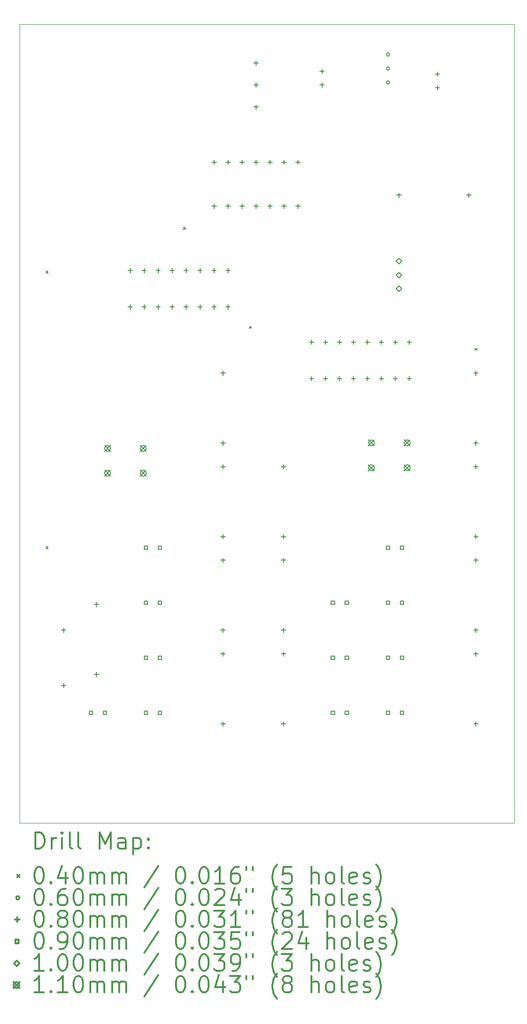
<source format=gbr>
%FSLAX45Y45*%
G04 Gerber Fmt 4.5, Leading zero omitted, Abs format (unit mm)*
G04 Created by KiCad (PCBNEW 5.1.8-db9833491~87~ubuntu18.04.1) date 2020-11-23 07:54:48*
%MOMM*%
%LPD*%
G01*
G04 APERTURE LIST*
%TA.AperFunction,Profile*%
%ADD10C,0.050000*%
%TD*%
%ADD11C,0.200000*%
%ADD12C,0.300000*%
G04 APERTURE END LIST*
D10*
X17000000Y-3000000D02*
X8000000Y-3000000D01*
X17000000Y-17500000D02*
X17000000Y-3000000D01*
X8000000Y-17500000D02*
X17000000Y-17500000D01*
X8000000Y-3000000D02*
X8000000Y-17500000D01*
D11*
X8480000Y-7480000D02*
X8520000Y-7520000D01*
X8520000Y-7480000D02*
X8480000Y-7520000D01*
X8480000Y-12480000D02*
X8520000Y-12520000D01*
X8520000Y-12480000D02*
X8480000Y-12520000D01*
X10980000Y-6680000D02*
X11020000Y-6720000D01*
X11020000Y-6680000D02*
X10980000Y-6720000D01*
X12180000Y-8480000D02*
X12220000Y-8520000D01*
X12220000Y-8480000D02*
X12180000Y-8520000D01*
X16280000Y-8880000D02*
X16320000Y-8920000D01*
X16320000Y-8880000D02*
X16280000Y-8920000D01*
X14730000Y-3546000D02*
G75*
G03*
X14730000Y-3546000I-30000J0D01*
G01*
X14730000Y-3800000D02*
G75*
G03*
X14730000Y-3800000I-30000J0D01*
G01*
X14730000Y-4054000D02*
G75*
G03*
X14730000Y-4054000I-30000J0D01*
G01*
X8800000Y-13960000D02*
X8800000Y-14040000D01*
X8760000Y-14000000D02*
X8840000Y-14000000D01*
X8800000Y-14960000D02*
X8800000Y-15040000D01*
X8760000Y-15000000D02*
X8840000Y-15000000D01*
X12300000Y-3660000D02*
X12300000Y-3740000D01*
X12260000Y-3700000D02*
X12340000Y-3700000D01*
X12300000Y-4060000D02*
X12300000Y-4140000D01*
X12260000Y-4100000D02*
X12340000Y-4100000D01*
X12300000Y-4460000D02*
X12300000Y-4540000D01*
X12260000Y-4500000D02*
X12340000Y-4500000D01*
X11538000Y-5460000D02*
X11538000Y-5540000D01*
X11498000Y-5500000D02*
X11578000Y-5500000D01*
X11538000Y-6260000D02*
X11538000Y-6340000D01*
X11498000Y-6300000D02*
X11578000Y-6300000D01*
X11792000Y-5460000D02*
X11792000Y-5540000D01*
X11752000Y-5500000D02*
X11832000Y-5500000D01*
X11792000Y-6260000D02*
X11792000Y-6340000D01*
X11752000Y-6300000D02*
X11832000Y-6300000D01*
X12046000Y-5460000D02*
X12046000Y-5540000D01*
X12006000Y-5500000D02*
X12086000Y-5500000D01*
X12046000Y-6260000D02*
X12046000Y-6340000D01*
X12006000Y-6300000D02*
X12086000Y-6300000D01*
X12300000Y-5460000D02*
X12300000Y-5540000D01*
X12260000Y-5500000D02*
X12340000Y-5500000D01*
X12300000Y-6260000D02*
X12300000Y-6340000D01*
X12260000Y-6300000D02*
X12340000Y-6300000D01*
X12554000Y-5460000D02*
X12554000Y-5540000D01*
X12514000Y-5500000D02*
X12594000Y-5500000D01*
X12554000Y-6260000D02*
X12554000Y-6340000D01*
X12514000Y-6300000D02*
X12594000Y-6300000D01*
X12808000Y-5460000D02*
X12808000Y-5540000D01*
X12768000Y-5500000D02*
X12848000Y-5500000D01*
X12808000Y-6260000D02*
X12808000Y-6340000D01*
X12768000Y-6300000D02*
X12848000Y-6300000D01*
X13062000Y-5460000D02*
X13062000Y-5540000D01*
X13022000Y-5500000D02*
X13102000Y-5500000D01*
X13062000Y-6260000D02*
X13062000Y-6340000D01*
X13022000Y-6300000D02*
X13102000Y-6300000D01*
X16300000Y-14390000D02*
X16300000Y-14470000D01*
X16260000Y-14430000D02*
X16340000Y-14430000D01*
X16300000Y-15660000D02*
X16300000Y-15740000D01*
X16260000Y-15700000D02*
X16340000Y-15700000D01*
X15600000Y-3860000D02*
X15600000Y-3940000D01*
X15560000Y-3900000D02*
X15640000Y-3900000D01*
X15600000Y-4110000D02*
X15600000Y-4190000D01*
X15560000Y-4150000D02*
X15640000Y-4150000D01*
X12800000Y-10990000D02*
X12800000Y-11070000D01*
X12760000Y-11030000D02*
X12840000Y-11030000D01*
X12800000Y-12260000D02*
X12800000Y-12340000D01*
X12760000Y-12300000D02*
X12840000Y-12300000D01*
X12800000Y-12690000D02*
X12800000Y-12770000D01*
X12760000Y-12730000D02*
X12840000Y-12730000D01*
X12800000Y-13960000D02*
X12800000Y-14040000D01*
X12760000Y-14000000D02*
X12840000Y-14000000D01*
X13500000Y-3810000D02*
X13500000Y-3890000D01*
X13460000Y-3850000D02*
X13540000Y-3850000D01*
X13500000Y-4060000D02*
X13500000Y-4140000D01*
X13460000Y-4100000D02*
X13540000Y-4100000D01*
X16300000Y-9290000D02*
X16300000Y-9370000D01*
X16260000Y-9330000D02*
X16340000Y-9330000D01*
X16300000Y-10560000D02*
X16300000Y-10640000D01*
X16260000Y-10600000D02*
X16340000Y-10600000D01*
X11700000Y-10990000D02*
X11700000Y-11070000D01*
X11660000Y-11030000D02*
X11740000Y-11030000D01*
X11700000Y-12260000D02*
X11700000Y-12340000D01*
X11660000Y-12300000D02*
X11740000Y-12300000D01*
X13311000Y-8730000D02*
X13311000Y-8810000D01*
X13271000Y-8770000D02*
X13351000Y-8770000D01*
X13311000Y-9390000D02*
X13311000Y-9470000D01*
X13271000Y-9430000D02*
X13351000Y-9430000D01*
X13565000Y-8730000D02*
X13565000Y-8810000D01*
X13525000Y-8770000D02*
X13605000Y-8770000D01*
X13565000Y-9390000D02*
X13565000Y-9470000D01*
X13525000Y-9430000D02*
X13605000Y-9430000D01*
X13819000Y-8730000D02*
X13819000Y-8810000D01*
X13779000Y-8770000D02*
X13859000Y-8770000D01*
X13819000Y-9390000D02*
X13819000Y-9470000D01*
X13779000Y-9430000D02*
X13859000Y-9430000D01*
X14073000Y-8730000D02*
X14073000Y-8810000D01*
X14033000Y-8770000D02*
X14113000Y-8770000D01*
X14073000Y-9390000D02*
X14073000Y-9470000D01*
X14033000Y-9430000D02*
X14113000Y-9430000D01*
X14327000Y-8730000D02*
X14327000Y-8810000D01*
X14287000Y-8770000D02*
X14367000Y-8770000D01*
X14327000Y-9390000D02*
X14327000Y-9470000D01*
X14287000Y-9430000D02*
X14367000Y-9430000D01*
X14581000Y-8730000D02*
X14581000Y-8810000D01*
X14541000Y-8770000D02*
X14621000Y-8770000D01*
X14581000Y-9390000D02*
X14581000Y-9470000D01*
X14541000Y-9430000D02*
X14621000Y-9430000D01*
X14835000Y-8730000D02*
X14835000Y-8810000D01*
X14795000Y-8770000D02*
X14875000Y-8770000D01*
X14835000Y-9390000D02*
X14835000Y-9470000D01*
X14795000Y-9430000D02*
X14875000Y-9430000D01*
X15089000Y-8730000D02*
X15089000Y-8810000D01*
X15049000Y-8770000D02*
X15129000Y-8770000D01*
X15089000Y-9390000D02*
X15089000Y-9470000D01*
X15049000Y-9430000D02*
X15129000Y-9430000D01*
X11700000Y-12690000D02*
X11700000Y-12770000D01*
X11660000Y-12730000D02*
X11740000Y-12730000D01*
X11700000Y-13960000D02*
X11700000Y-14040000D01*
X11660000Y-14000000D02*
X11740000Y-14000000D01*
X11700000Y-9290000D02*
X11700000Y-9370000D01*
X11660000Y-9330000D02*
X11740000Y-9330000D01*
X11700000Y-10560000D02*
X11700000Y-10640000D01*
X11660000Y-10600000D02*
X11740000Y-10600000D01*
X16300000Y-12690000D02*
X16300000Y-12770000D01*
X16260000Y-12730000D02*
X16340000Y-12730000D01*
X16300000Y-13960000D02*
X16300000Y-14040000D01*
X16260000Y-14000000D02*
X16340000Y-14000000D01*
X10011000Y-7430000D02*
X10011000Y-7510000D01*
X9971000Y-7470000D02*
X10051000Y-7470000D01*
X10011000Y-8090000D02*
X10011000Y-8170000D01*
X9971000Y-8130000D02*
X10051000Y-8130000D01*
X10265000Y-7430000D02*
X10265000Y-7510000D01*
X10225000Y-7470000D02*
X10305000Y-7470000D01*
X10265000Y-8090000D02*
X10265000Y-8170000D01*
X10225000Y-8130000D02*
X10305000Y-8130000D01*
X10519000Y-7430000D02*
X10519000Y-7510000D01*
X10479000Y-7470000D02*
X10559000Y-7470000D01*
X10519000Y-8090000D02*
X10519000Y-8170000D01*
X10479000Y-8130000D02*
X10559000Y-8130000D01*
X10773000Y-7430000D02*
X10773000Y-7510000D01*
X10733000Y-7470000D02*
X10813000Y-7470000D01*
X10773000Y-8090000D02*
X10773000Y-8170000D01*
X10733000Y-8130000D02*
X10813000Y-8130000D01*
X11027000Y-7430000D02*
X11027000Y-7510000D01*
X10987000Y-7470000D02*
X11067000Y-7470000D01*
X11027000Y-8090000D02*
X11027000Y-8170000D01*
X10987000Y-8130000D02*
X11067000Y-8130000D01*
X11281000Y-7430000D02*
X11281000Y-7510000D01*
X11241000Y-7470000D02*
X11321000Y-7470000D01*
X11281000Y-8090000D02*
X11281000Y-8170000D01*
X11241000Y-8130000D02*
X11321000Y-8130000D01*
X11535000Y-7430000D02*
X11535000Y-7510000D01*
X11495000Y-7470000D02*
X11575000Y-7470000D01*
X11535000Y-8090000D02*
X11535000Y-8170000D01*
X11495000Y-8130000D02*
X11575000Y-8130000D01*
X11789000Y-7430000D02*
X11789000Y-7510000D01*
X11749000Y-7470000D02*
X11829000Y-7470000D01*
X11789000Y-8090000D02*
X11789000Y-8170000D01*
X11749000Y-8130000D02*
X11829000Y-8130000D01*
X9400000Y-13490000D02*
X9400000Y-13570000D01*
X9360000Y-13530000D02*
X9440000Y-13530000D01*
X9400000Y-14760000D02*
X9400000Y-14840000D01*
X9360000Y-14800000D02*
X9440000Y-14800000D01*
X16300000Y-10990000D02*
X16300000Y-11070000D01*
X16260000Y-11030000D02*
X16340000Y-11030000D01*
X16300000Y-12260000D02*
X16300000Y-12340000D01*
X16260000Y-12300000D02*
X16340000Y-12300000D01*
X11700000Y-14390000D02*
X11700000Y-14470000D01*
X11660000Y-14430000D02*
X11740000Y-14430000D01*
X11700000Y-15660000D02*
X11700000Y-15740000D01*
X11660000Y-15700000D02*
X11740000Y-15700000D01*
X14900000Y-6060000D02*
X14900000Y-6140000D01*
X14860000Y-6100000D02*
X14940000Y-6100000D01*
X16170000Y-6060000D02*
X16170000Y-6140000D01*
X16130000Y-6100000D02*
X16210000Y-6100000D01*
X12800000Y-14390000D02*
X12800000Y-14470000D01*
X12760000Y-14430000D02*
X12840000Y-14430000D01*
X12800000Y-15660000D02*
X12800000Y-15740000D01*
X12760000Y-15700000D02*
X12840000Y-15700000D01*
X14731820Y-14531820D02*
X14731820Y-14468180D01*
X14668180Y-14468180D01*
X14668180Y-14531820D01*
X14731820Y-14531820D01*
X14985820Y-14531820D02*
X14985820Y-14468180D01*
X14922180Y-14468180D01*
X14922180Y-14531820D01*
X14985820Y-14531820D01*
X13731820Y-13531820D02*
X13731820Y-13468180D01*
X13668180Y-13468180D01*
X13668180Y-13531820D01*
X13731820Y-13531820D01*
X13985820Y-13531820D02*
X13985820Y-13468180D01*
X13922180Y-13468180D01*
X13922180Y-13531820D01*
X13985820Y-13531820D01*
X10331820Y-15531820D02*
X10331820Y-15468180D01*
X10268180Y-15468180D01*
X10268180Y-15531820D01*
X10331820Y-15531820D01*
X10585820Y-15531820D02*
X10585820Y-15468180D01*
X10522180Y-15468180D01*
X10522180Y-15531820D01*
X10585820Y-15531820D01*
X14731820Y-13531820D02*
X14731820Y-13468180D01*
X14668180Y-13468180D01*
X14668180Y-13531820D01*
X14731820Y-13531820D01*
X14985820Y-13531820D02*
X14985820Y-13468180D01*
X14922180Y-13468180D01*
X14922180Y-13531820D01*
X14985820Y-13531820D01*
X13731820Y-15531820D02*
X13731820Y-15468180D01*
X13668180Y-15468180D01*
X13668180Y-15531820D01*
X13731820Y-15531820D01*
X13985820Y-15531820D02*
X13985820Y-15468180D01*
X13922180Y-15468180D01*
X13922180Y-15531820D01*
X13985820Y-15531820D01*
X10331820Y-12531820D02*
X10331820Y-12468180D01*
X10268180Y-12468180D01*
X10268180Y-12531820D01*
X10331820Y-12531820D01*
X10585820Y-12531820D02*
X10585820Y-12468180D01*
X10522180Y-12468180D01*
X10522180Y-12531820D01*
X10585820Y-12531820D01*
X10331820Y-13531820D02*
X10331820Y-13468180D01*
X10268180Y-13468180D01*
X10268180Y-13531820D01*
X10331820Y-13531820D01*
X10585820Y-13531820D02*
X10585820Y-13468180D01*
X10522180Y-13468180D01*
X10522180Y-13531820D01*
X10585820Y-13531820D01*
X13731820Y-14531820D02*
X13731820Y-14468180D01*
X13668180Y-14468180D01*
X13668180Y-14531820D01*
X13731820Y-14531820D01*
X13985820Y-14531820D02*
X13985820Y-14468180D01*
X13922180Y-14468180D01*
X13922180Y-14531820D01*
X13985820Y-14531820D01*
X10331820Y-14531820D02*
X10331820Y-14468180D01*
X10268180Y-14468180D01*
X10268180Y-14531820D01*
X10331820Y-14531820D01*
X10585820Y-14531820D02*
X10585820Y-14468180D01*
X10522180Y-14468180D01*
X10522180Y-14531820D01*
X10585820Y-14531820D01*
X9331820Y-15531820D02*
X9331820Y-15468180D01*
X9268180Y-15468180D01*
X9268180Y-15531820D01*
X9331820Y-15531820D01*
X9585820Y-15531820D02*
X9585820Y-15468180D01*
X9522180Y-15468180D01*
X9522180Y-15531820D01*
X9585820Y-15531820D01*
X14731820Y-15531820D02*
X14731820Y-15468180D01*
X14668180Y-15468180D01*
X14668180Y-15531820D01*
X14731820Y-15531820D01*
X14985820Y-15531820D02*
X14985820Y-15468180D01*
X14922180Y-15468180D01*
X14922180Y-15531820D01*
X14985820Y-15531820D01*
X14731820Y-12531820D02*
X14731820Y-12468180D01*
X14668180Y-12468180D01*
X14668180Y-12531820D01*
X14731820Y-12531820D01*
X14985820Y-12531820D02*
X14985820Y-12468180D01*
X14922180Y-12468180D01*
X14922180Y-12531820D01*
X14985820Y-12531820D01*
X14900000Y-7350000D02*
X14950000Y-7300000D01*
X14900000Y-7250000D01*
X14850000Y-7300000D01*
X14900000Y-7350000D01*
X14900000Y-7600000D02*
X14950000Y-7550000D01*
X14900000Y-7500000D01*
X14850000Y-7550000D01*
X14900000Y-7600000D01*
X14900000Y-7850000D02*
X14950000Y-7800000D01*
X14900000Y-7750000D01*
X14850000Y-7800000D01*
X14900000Y-7850000D01*
X14345000Y-10545000D02*
X14455000Y-10655000D01*
X14455000Y-10545000D02*
X14345000Y-10655000D01*
X14455000Y-10600000D02*
G75*
G03*
X14455000Y-10600000I-55000J0D01*
G01*
X14345000Y-10995000D02*
X14455000Y-11105000D01*
X14455000Y-10995000D02*
X14345000Y-11105000D01*
X14455000Y-11050000D02*
G75*
G03*
X14455000Y-11050000I-55000J0D01*
G01*
X14995000Y-10545000D02*
X15105000Y-10655000D01*
X15105000Y-10545000D02*
X14995000Y-10655000D01*
X15105000Y-10600000D02*
G75*
G03*
X15105000Y-10600000I-55000J0D01*
G01*
X14995000Y-10995000D02*
X15105000Y-11105000D01*
X15105000Y-10995000D02*
X14995000Y-11105000D01*
X15105000Y-11050000D02*
G75*
G03*
X15105000Y-11050000I-55000J0D01*
G01*
X9545000Y-10645000D02*
X9655000Y-10755000D01*
X9655000Y-10645000D02*
X9545000Y-10755000D01*
X9655000Y-10700000D02*
G75*
G03*
X9655000Y-10700000I-55000J0D01*
G01*
X9545000Y-11095000D02*
X9655000Y-11205000D01*
X9655000Y-11095000D02*
X9545000Y-11205000D01*
X9655000Y-11150000D02*
G75*
G03*
X9655000Y-11150000I-55000J0D01*
G01*
X10195000Y-10645000D02*
X10305000Y-10755000D01*
X10305000Y-10645000D02*
X10195000Y-10755000D01*
X10305000Y-10700000D02*
G75*
G03*
X10305000Y-10700000I-55000J0D01*
G01*
X10195000Y-11095000D02*
X10305000Y-11205000D01*
X10305000Y-11095000D02*
X10195000Y-11205000D01*
X10305000Y-11150000D02*
G75*
G03*
X10305000Y-11150000I-55000J0D01*
G01*
D12*
X8283928Y-17968214D02*
X8283928Y-17668214D01*
X8355357Y-17668214D01*
X8398214Y-17682500D01*
X8426786Y-17711072D01*
X8441071Y-17739643D01*
X8455357Y-17796786D01*
X8455357Y-17839643D01*
X8441071Y-17896786D01*
X8426786Y-17925357D01*
X8398214Y-17953929D01*
X8355357Y-17968214D01*
X8283928Y-17968214D01*
X8583928Y-17968214D02*
X8583928Y-17768214D01*
X8583928Y-17825357D02*
X8598214Y-17796786D01*
X8612500Y-17782500D01*
X8641071Y-17768214D01*
X8669643Y-17768214D01*
X8769643Y-17968214D02*
X8769643Y-17768214D01*
X8769643Y-17668214D02*
X8755357Y-17682500D01*
X8769643Y-17696786D01*
X8783928Y-17682500D01*
X8769643Y-17668214D01*
X8769643Y-17696786D01*
X8955357Y-17968214D02*
X8926786Y-17953929D01*
X8912500Y-17925357D01*
X8912500Y-17668214D01*
X9112500Y-17968214D02*
X9083928Y-17953929D01*
X9069643Y-17925357D01*
X9069643Y-17668214D01*
X9455357Y-17968214D02*
X9455357Y-17668214D01*
X9555357Y-17882500D01*
X9655357Y-17668214D01*
X9655357Y-17968214D01*
X9926786Y-17968214D02*
X9926786Y-17811072D01*
X9912500Y-17782500D01*
X9883928Y-17768214D01*
X9826786Y-17768214D01*
X9798214Y-17782500D01*
X9926786Y-17953929D02*
X9898214Y-17968214D01*
X9826786Y-17968214D01*
X9798214Y-17953929D01*
X9783928Y-17925357D01*
X9783928Y-17896786D01*
X9798214Y-17868214D01*
X9826786Y-17853929D01*
X9898214Y-17853929D01*
X9926786Y-17839643D01*
X10069643Y-17768214D02*
X10069643Y-18068214D01*
X10069643Y-17782500D02*
X10098214Y-17768214D01*
X10155357Y-17768214D01*
X10183928Y-17782500D01*
X10198214Y-17796786D01*
X10212500Y-17825357D01*
X10212500Y-17911072D01*
X10198214Y-17939643D01*
X10183928Y-17953929D01*
X10155357Y-17968214D01*
X10098214Y-17968214D01*
X10069643Y-17953929D01*
X10341071Y-17939643D02*
X10355357Y-17953929D01*
X10341071Y-17968214D01*
X10326786Y-17953929D01*
X10341071Y-17939643D01*
X10341071Y-17968214D01*
X10341071Y-17782500D02*
X10355357Y-17796786D01*
X10341071Y-17811072D01*
X10326786Y-17796786D01*
X10341071Y-17782500D01*
X10341071Y-17811072D01*
X7957500Y-18442500D02*
X7997500Y-18482500D01*
X7997500Y-18442500D02*
X7957500Y-18482500D01*
X8341071Y-18298214D02*
X8369643Y-18298214D01*
X8398214Y-18312500D01*
X8412500Y-18326786D01*
X8426786Y-18355357D01*
X8441071Y-18412500D01*
X8441071Y-18483929D01*
X8426786Y-18541072D01*
X8412500Y-18569643D01*
X8398214Y-18583929D01*
X8369643Y-18598214D01*
X8341071Y-18598214D01*
X8312500Y-18583929D01*
X8298214Y-18569643D01*
X8283928Y-18541072D01*
X8269643Y-18483929D01*
X8269643Y-18412500D01*
X8283928Y-18355357D01*
X8298214Y-18326786D01*
X8312500Y-18312500D01*
X8341071Y-18298214D01*
X8569643Y-18569643D02*
X8583928Y-18583929D01*
X8569643Y-18598214D01*
X8555357Y-18583929D01*
X8569643Y-18569643D01*
X8569643Y-18598214D01*
X8841071Y-18398214D02*
X8841071Y-18598214D01*
X8769643Y-18283929D02*
X8698214Y-18498214D01*
X8883928Y-18498214D01*
X9055357Y-18298214D02*
X9083928Y-18298214D01*
X9112500Y-18312500D01*
X9126786Y-18326786D01*
X9141071Y-18355357D01*
X9155357Y-18412500D01*
X9155357Y-18483929D01*
X9141071Y-18541072D01*
X9126786Y-18569643D01*
X9112500Y-18583929D01*
X9083928Y-18598214D01*
X9055357Y-18598214D01*
X9026786Y-18583929D01*
X9012500Y-18569643D01*
X8998214Y-18541072D01*
X8983928Y-18483929D01*
X8983928Y-18412500D01*
X8998214Y-18355357D01*
X9012500Y-18326786D01*
X9026786Y-18312500D01*
X9055357Y-18298214D01*
X9283928Y-18598214D02*
X9283928Y-18398214D01*
X9283928Y-18426786D02*
X9298214Y-18412500D01*
X9326786Y-18398214D01*
X9369643Y-18398214D01*
X9398214Y-18412500D01*
X9412500Y-18441072D01*
X9412500Y-18598214D01*
X9412500Y-18441072D02*
X9426786Y-18412500D01*
X9455357Y-18398214D01*
X9498214Y-18398214D01*
X9526786Y-18412500D01*
X9541071Y-18441072D01*
X9541071Y-18598214D01*
X9683928Y-18598214D02*
X9683928Y-18398214D01*
X9683928Y-18426786D02*
X9698214Y-18412500D01*
X9726786Y-18398214D01*
X9769643Y-18398214D01*
X9798214Y-18412500D01*
X9812500Y-18441072D01*
X9812500Y-18598214D01*
X9812500Y-18441072D02*
X9826786Y-18412500D01*
X9855357Y-18398214D01*
X9898214Y-18398214D01*
X9926786Y-18412500D01*
X9941071Y-18441072D01*
X9941071Y-18598214D01*
X10526786Y-18283929D02*
X10269643Y-18669643D01*
X10912500Y-18298214D02*
X10941071Y-18298214D01*
X10969643Y-18312500D01*
X10983928Y-18326786D01*
X10998214Y-18355357D01*
X11012500Y-18412500D01*
X11012500Y-18483929D01*
X10998214Y-18541072D01*
X10983928Y-18569643D01*
X10969643Y-18583929D01*
X10941071Y-18598214D01*
X10912500Y-18598214D01*
X10883928Y-18583929D01*
X10869643Y-18569643D01*
X10855357Y-18541072D01*
X10841071Y-18483929D01*
X10841071Y-18412500D01*
X10855357Y-18355357D01*
X10869643Y-18326786D01*
X10883928Y-18312500D01*
X10912500Y-18298214D01*
X11141071Y-18569643D02*
X11155357Y-18583929D01*
X11141071Y-18598214D01*
X11126786Y-18583929D01*
X11141071Y-18569643D01*
X11141071Y-18598214D01*
X11341071Y-18298214D02*
X11369643Y-18298214D01*
X11398214Y-18312500D01*
X11412500Y-18326786D01*
X11426786Y-18355357D01*
X11441071Y-18412500D01*
X11441071Y-18483929D01*
X11426786Y-18541072D01*
X11412500Y-18569643D01*
X11398214Y-18583929D01*
X11369643Y-18598214D01*
X11341071Y-18598214D01*
X11312500Y-18583929D01*
X11298214Y-18569643D01*
X11283928Y-18541072D01*
X11269643Y-18483929D01*
X11269643Y-18412500D01*
X11283928Y-18355357D01*
X11298214Y-18326786D01*
X11312500Y-18312500D01*
X11341071Y-18298214D01*
X11726786Y-18598214D02*
X11555357Y-18598214D01*
X11641071Y-18598214D02*
X11641071Y-18298214D01*
X11612500Y-18341072D01*
X11583928Y-18369643D01*
X11555357Y-18383929D01*
X11983928Y-18298214D02*
X11926786Y-18298214D01*
X11898214Y-18312500D01*
X11883928Y-18326786D01*
X11855357Y-18369643D01*
X11841071Y-18426786D01*
X11841071Y-18541072D01*
X11855357Y-18569643D01*
X11869643Y-18583929D01*
X11898214Y-18598214D01*
X11955357Y-18598214D01*
X11983928Y-18583929D01*
X11998214Y-18569643D01*
X12012500Y-18541072D01*
X12012500Y-18469643D01*
X11998214Y-18441072D01*
X11983928Y-18426786D01*
X11955357Y-18412500D01*
X11898214Y-18412500D01*
X11869643Y-18426786D01*
X11855357Y-18441072D01*
X11841071Y-18469643D01*
X12126786Y-18298214D02*
X12126786Y-18355357D01*
X12241071Y-18298214D02*
X12241071Y-18355357D01*
X12683928Y-18712500D02*
X12669643Y-18698214D01*
X12641071Y-18655357D01*
X12626786Y-18626786D01*
X12612500Y-18583929D01*
X12598214Y-18512500D01*
X12598214Y-18455357D01*
X12612500Y-18383929D01*
X12626786Y-18341072D01*
X12641071Y-18312500D01*
X12669643Y-18269643D01*
X12683928Y-18255357D01*
X12941071Y-18298214D02*
X12798214Y-18298214D01*
X12783928Y-18441072D01*
X12798214Y-18426786D01*
X12826786Y-18412500D01*
X12898214Y-18412500D01*
X12926786Y-18426786D01*
X12941071Y-18441072D01*
X12955357Y-18469643D01*
X12955357Y-18541072D01*
X12941071Y-18569643D01*
X12926786Y-18583929D01*
X12898214Y-18598214D01*
X12826786Y-18598214D01*
X12798214Y-18583929D01*
X12783928Y-18569643D01*
X13312500Y-18598214D02*
X13312500Y-18298214D01*
X13441071Y-18598214D02*
X13441071Y-18441072D01*
X13426786Y-18412500D01*
X13398214Y-18398214D01*
X13355357Y-18398214D01*
X13326786Y-18412500D01*
X13312500Y-18426786D01*
X13626786Y-18598214D02*
X13598214Y-18583929D01*
X13583928Y-18569643D01*
X13569643Y-18541072D01*
X13569643Y-18455357D01*
X13583928Y-18426786D01*
X13598214Y-18412500D01*
X13626786Y-18398214D01*
X13669643Y-18398214D01*
X13698214Y-18412500D01*
X13712500Y-18426786D01*
X13726786Y-18455357D01*
X13726786Y-18541072D01*
X13712500Y-18569643D01*
X13698214Y-18583929D01*
X13669643Y-18598214D01*
X13626786Y-18598214D01*
X13898214Y-18598214D02*
X13869643Y-18583929D01*
X13855357Y-18555357D01*
X13855357Y-18298214D01*
X14126786Y-18583929D02*
X14098214Y-18598214D01*
X14041071Y-18598214D01*
X14012500Y-18583929D01*
X13998214Y-18555357D01*
X13998214Y-18441072D01*
X14012500Y-18412500D01*
X14041071Y-18398214D01*
X14098214Y-18398214D01*
X14126786Y-18412500D01*
X14141071Y-18441072D01*
X14141071Y-18469643D01*
X13998214Y-18498214D01*
X14255357Y-18583929D02*
X14283928Y-18598214D01*
X14341071Y-18598214D01*
X14369643Y-18583929D01*
X14383928Y-18555357D01*
X14383928Y-18541072D01*
X14369643Y-18512500D01*
X14341071Y-18498214D01*
X14298214Y-18498214D01*
X14269643Y-18483929D01*
X14255357Y-18455357D01*
X14255357Y-18441072D01*
X14269643Y-18412500D01*
X14298214Y-18398214D01*
X14341071Y-18398214D01*
X14369643Y-18412500D01*
X14483928Y-18712500D02*
X14498214Y-18698214D01*
X14526786Y-18655357D01*
X14541071Y-18626786D01*
X14555357Y-18583929D01*
X14569643Y-18512500D01*
X14569643Y-18455357D01*
X14555357Y-18383929D01*
X14541071Y-18341072D01*
X14526786Y-18312500D01*
X14498214Y-18269643D01*
X14483928Y-18255357D01*
X7997500Y-18858500D02*
G75*
G03*
X7997500Y-18858500I-30000J0D01*
G01*
X8341071Y-18694214D02*
X8369643Y-18694214D01*
X8398214Y-18708500D01*
X8412500Y-18722786D01*
X8426786Y-18751357D01*
X8441071Y-18808500D01*
X8441071Y-18879929D01*
X8426786Y-18937072D01*
X8412500Y-18965643D01*
X8398214Y-18979929D01*
X8369643Y-18994214D01*
X8341071Y-18994214D01*
X8312500Y-18979929D01*
X8298214Y-18965643D01*
X8283928Y-18937072D01*
X8269643Y-18879929D01*
X8269643Y-18808500D01*
X8283928Y-18751357D01*
X8298214Y-18722786D01*
X8312500Y-18708500D01*
X8341071Y-18694214D01*
X8569643Y-18965643D02*
X8583928Y-18979929D01*
X8569643Y-18994214D01*
X8555357Y-18979929D01*
X8569643Y-18965643D01*
X8569643Y-18994214D01*
X8841071Y-18694214D02*
X8783928Y-18694214D01*
X8755357Y-18708500D01*
X8741071Y-18722786D01*
X8712500Y-18765643D01*
X8698214Y-18822786D01*
X8698214Y-18937072D01*
X8712500Y-18965643D01*
X8726786Y-18979929D01*
X8755357Y-18994214D01*
X8812500Y-18994214D01*
X8841071Y-18979929D01*
X8855357Y-18965643D01*
X8869643Y-18937072D01*
X8869643Y-18865643D01*
X8855357Y-18837072D01*
X8841071Y-18822786D01*
X8812500Y-18808500D01*
X8755357Y-18808500D01*
X8726786Y-18822786D01*
X8712500Y-18837072D01*
X8698214Y-18865643D01*
X9055357Y-18694214D02*
X9083928Y-18694214D01*
X9112500Y-18708500D01*
X9126786Y-18722786D01*
X9141071Y-18751357D01*
X9155357Y-18808500D01*
X9155357Y-18879929D01*
X9141071Y-18937072D01*
X9126786Y-18965643D01*
X9112500Y-18979929D01*
X9083928Y-18994214D01*
X9055357Y-18994214D01*
X9026786Y-18979929D01*
X9012500Y-18965643D01*
X8998214Y-18937072D01*
X8983928Y-18879929D01*
X8983928Y-18808500D01*
X8998214Y-18751357D01*
X9012500Y-18722786D01*
X9026786Y-18708500D01*
X9055357Y-18694214D01*
X9283928Y-18994214D02*
X9283928Y-18794214D01*
X9283928Y-18822786D02*
X9298214Y-18808500D01*
X9326786Y-18794214D01*
X9369643Y-18794214D01*
X9398214Y-18808500D01*
X9412500Y-18837072D01*
X9412500Y-18994214D01*
X9412500Y-18837072D02*
X9426786Y-18808500D01*
X9455357Y-18794214D01*
X9498214Y-18794214D01*
X9526786Y-18808500D01*
X9541071Y-18837072D01*
X9541071Y-18994214D01*
X9683928Y-18994214D02*
X9683928Y-18794214D01*
X9683928Y-18822786D02*
X9698214Y-18808500D01*
X9726786Y-18794214D01*
X9769643Y-18794214D01*
X9798214Y-18808500D01*
X9812500Y-18837072D01*
X9812500Y-18994214D01*
X9812500Y-18837072D02*
X9826786Y-18808500D01*
X9855357Y-18794214D01*
X9898214Y-18794214D01*
X9926786Y-18808500D01*
X9941071Y-18837072D01*
X9941071Y-18994214D01*
X10526786Y-18679929D02*
X10269643Y-19065643D01*
X10912500Y-18694214D02*
X10941071Y-18694214D01*
X10969643Y-18708500D01*
X10983928Y-18722786D01*
X10998214Y-18751357D01*
X11012500Y-18808500D01*
X11012500Y-18879929D01*
X10998214Y-18937072D01*
X10983928Y-18965643D01*
X10969643Y-18979929D01*
X10941071Y-18994214D01*
X10912500Y-18994214D01*
X10883928Y-18979929D01*
X10869643Y-18965643D01*
X10855357Y-18937072D01*
X10841071Y-18879929D01*
X10841071Y-18808500D01*
X10855357Y-18751357D01*
X10869643Y-18722786D01*
X10883928Y-18708500D01*
X10912500Y-18694214D01*
X11141071Y-18965643D02*
X11155357Y-18979929D01*
X11141071Y-18994214D01*
X11126786Y-18979929D01*
X11141071Y-18965643D01*
X11141071Y-18994214D01*
X11341071Y-18694214D02*
X11369643Y-18694214D01*
X11398214Y-18708500D01*
X11412500Y-18722786D01*
X11426786Y-18751357D01*
X11441071Y-18808500D01*
X11441071Y-18879929D01*
X11426786Y-18937072D01*
X11412500Y-18965643D01*
X11398214Y-18979929D01*
X11369643Y-18994214D01*
X11341071Y-18994214D01*
X11312500Y-18979929D01*
X11298214Y-18965643D01*
X11283928Y-18937072D01*
X11269643Y-18879929D01*
X11269643Y-18808500D01*
X11283928Y-18751357D01*
X11298214Y-18722786D01*
X11312500Y-18708500D01*
X11341071Y-18694214D01*
X11555357Y-18722786D02*
X11569643Y-18708500D01*
X11598214Y-18694214D01*
X11669643Y-18694214D01*
X11698214Y-18708500D01*
X11712500Y-18722786D01*
X11726786Y-18751357D01*
X11726786Y-18779929D01*
X11712500Y-18822786D01*
X11541071Y-18994214D01*
X11726786Y-18994214D01*
X11983928Y-18794214D02*
X11983928Y-18994214D01*
X11912500Y-18679929D02*
X11841071Y-18894214D01*
X12026786Y-18894214D01*
X12126786Y-18694214D02*
X12126786Y-18751357D01*
X12241071Y-18694214D02*
X12241071Y-18751357D01*
X12683928Y-19108500D02*
X12669643Y-19094214D01*
X12641071Y-19051357D01*
X12626786Y-19022786D01*
X12612500Y-18979929D01*
X12598214Y-18908500D01*
X12598214Y-18851357D01*
X12612500Y-18779929D01*
X12626786Y-18737072D01*
X12641071Y-18708500D01*
X12669643Y-18665643D01*
X12683928Y-18651357D01*
X12769643Y-18694214D02*
X12955357Y-18694214D01*
X12855357Y-18808500D01*
X12898214Y-18808500D01*
X12926786Y-18822786D01*
X12941071Y-18837072D01*
X12955357Y-18865643D01*
X12955357Y-18937072D01*
X12941071Y-18965643D01*
X12926786Y-18979929D01*
X12898214Y-18994214D01*
X12812500Y-18994214D01*
X12783928Y-18979929D01*
X12769643Y-18965643D01*
X13312500Y-18994214D02*
X13312500Y-18694214D01*
X13441071Y-18994214D02*
X13441071Y-18837072D01*
X13426786Y-18808500D01*
X13398214Y-18794214D01*
X13355357Y-18794214D01*
X13326786Y-18808500D01*
X13312500Y-18822786D01*
X13626786Y-18994214D02*
X13598214Y-18979929D01*
X13583928Y-18965643D01*
X13569643Y-18937072D01*
X13569643Y-18851357D01*
X13583928Y-18822786D01*
X13598214Y-18808500D01*
X13626786Y-18794214D01*
X13669643Y-18794214D01*
X13698214Y-18808500D01*
X13712500Y-18822786D01*
X13726786Y-18851357D01*
X13726786Y-18937072D01*
X13712500Y-18965643D01*
X13698214Y-18979929D01*
X13669643Y-18994214D01*
X13626786Y-18994214D01*
X13898214Y-18994214D02*
X13869643Y-18979929D01*
X13855357Y-18951357D01*
X13855357Y-18694214D01*
X14126786Y-18979929D02*
X14098214Y-18994214D01*
X14041071Y-18994214D01*
X14012500Y-18979929D01*
X13998214Y-18951357D01*
X13998214Y-18837072D01*
X14012500Y-18808500D01*
X14041071Y-18794214D01*
X14098214Y-18794214D01*
X14126786Y-18808500D01*
X14141071Y-18837072D01*
X14141071Y-18865643D01*
X13998214Y-18894214D01*
X14255357Y-18979929D02*
X14283928Y-18994214D01*
X14341071Y-18994214D01*
X14369643Y-18979929D01*
X14383928Y-18951357D01*
X14383928Y-18937072D01*
X14369643Y-18908500D01*
X14341071Y-18894214D01*
X14298214Y-18894214D01*
X14269643Y-18879929D01*
X14255357Y-18851357D01*
X14255357Y-18837072D01*
X14269643Y-18808500D01*
X14298214Y-18794214D01*
X14341071Y-18794214D01*
X14369643Y-18808500D01*
X14483928Y-19108500D02*
X14498214Y-19094214D01*
X14526786Y-19051357D01*
X14541071Y-19022786D01*
X14555357Y-18979929D01*
X14569643Y-18908500D01*
X14569643Y-18851357D01*
X14555357Y-18779929D01*
X14541071Y-18737072D01*
X14526786Y-18708500D01*
X14498214Y-18665643D01*
X14483928Y-18651357D01*
X7957500Y-19214500D02*
X7957500Y-19294500D01*
X7917500Y-19254500D02*
X7997500Y-19254500D01*
X8341071Y-19090214D02*
X8369643Y-19090214D01*
X8398214Y-19104500D01*
X8412500Y-19118786D01*
X8426786Y-19147357D01*
X8441071Y-19204500D01*
X8441071Y-19275929D01*
X8426786Y-19333072D01*
X8412500Y-19361643D01*
X8398214Y-19375929D01*
X8369643Y-19390214D01*
X8341071Y-19390214D01*
X8312500Y-19375929D01*
X8298214Y-19361643D01*
X8283928Y-19333072D01*
X8269643Y-19275929D01*
X8269643Y-19204500D01*
X8283928Y-19147357D01*
X8298214Y-19118786D01*
X8312500Y-19104500D01*
X8341071Y-19090214D01*
X8569643Y-19361643D02*
X8583928Y-19375929D01*
X8569643Y-19390214D01*
X8555357Y-19375929D01*
X8569643Y-19361643D01*
X8569643Y-19390214D01*
X8755357Y-19218786D02*
X8726786Y-19204500D01*
X8712500Y-19190214D01*
X8698214Y-19161643D01*
X8698214Y-19147357D01*
X8712500Y-19118786D01*
X8726786Y-19104500D01*
X8755357Y-19090214D01*
X8812500Y-19090214D01*
X8841071Y-19104500D01*
X8855357Y-19118786D01*
X8869643Y-19147357D01*
X8869643Y-19161643D01*
X8855357Y-19190214D01*
X8841071Y-19204500D01*
X8812500Y-19218786D01*
X8755357Y-19218786D01*
X8726786Y-19233072D01*
X8712500Y-19247357D01*
X8698214Y-19275929D01*
X8698214Y-19333072D01*
X8712500Y-19361643D01*
X8726786Y-19375929D01*
X8755357Y-19390214D01*
X8812500Y-19390214D01*
X8841071Y-19375929D01*
X8855357Y-19361643D01*
X8869643Y-19333072D01*
X8869643Y-19275929D01*
X8855357Y-19247357D01*
X8841071Y-19233072D01*
X8812500Y-19218786D01*
X9055357Y-19090214D02*
X9083928Y-19090214D01*
X9112500Y-19104500D01*
X9126786Y-19118786D01*
X9141071Y-19147357D01*
X9155357Y-19204500D01*
X9155357Y-19275929D01*
X9141071Y-19333072D01*
X9126786Y-19361643D01*
X9112500Y-19375929D01*
X9083928Y-19390214D01*
X9055357Y-19390214D01*
X9026786Y-19375929D01*
X9012500Y-19361643D01*
X8998214Y-19333072D01*
X8983928Y-19275929D01*
X8983928Y-19204500D01*
X8998214Y-19147357D01*
X9012500Y-19118786D01*
X9026786Y-19104500D01*
X9055357Y-19090214D01*
X9283928Y-19390214D02*
X9283928Y-19190214D01*
X9283928Y-19218786D02*
X9298214Y-19204500D01*
X9326786Y-19190214D01*
X9369643Y-19190214D01*
X9398214Y-19204500D01*
X9412500Y-19233072D01*
X9412500Y-19390214D01*
X9412500Y-19233072D02*
X9426786Y-19204500D01*
X9455357Y-19190214D01*
X9498214Y-19190214D01*
X9526786Y-19204500D01*
X9541071Y-19233072D01*
X9541071Y-19390214D01*
X9683928Y-19390214D02*
X9683928Y-19190214D01*
X9683928Y-19218786D02*
X9698214Y-19204500D01*
X9726786Y-19190214D01*
X9769643Y-19190214D01*
X9798214Y-19204500D01*
X9812500Y-19233072D01*
X9812500Y-19390214D01*
X9812500Y-19233072D02*
X9826786Y-19204500D01*
X9855357Y-19190214D01*
X9898214Y-19190214D01*
X9926786Y-19204500D01*
X9941071Y-19233072D01*
X9941071Y-19390214D01*
X10526786Y-19075929D02*
X10269643Y-19461643D01*
X10912500Y-19090214D02*
X10941071Y-19090214D01*
X10969643Y-19104500D01*
X10983928Y-19118786D01*
X10998214Y-19147357D01*
X11012500Y-19204500D01*
X11012500Y-19275929D01*
X10998214Y-19333072D01*
X10983928Y-19361643D01*
X10969643Y-19375929D01*
X10941071Y-19390214D01*
X10912500Y-19390214D01*
X10883928Y-19375929D01*
X10869643Y-19361643D01*
X10855357Y-19333072D01*
X10841071Y-19275929D01*
X10841071Y-19204500D01*
X10855357Y-19147357D01*
X10869643Y-19118786D01*
X10883928Y-19104500D01*
X10912500Y-19090214D01*
X11141071Y-19361643D02*
X11155357Y-19375929D01*
X11141071Y-19390214D01*
X11126786Y-19375929D01*
X11141071Y-19361643D01*
X11141071Y-19390214D01*
X11341071Y-19090214D02*
X11369643Y-19090214D01*
X11398214Y-19104500D01*
X11412500Y-19118786D01*
X11426786Y-19147357D01*
X11441071Y-19204500D01*
X11441071Y-19275929D01*
X11426786Y-19333072D01*
X11412500Y-19361643D01*
X11398214Y-19375929D01*
X11369643Y-19390214D01*
X11341071Y-19390214D01*
X11312500Y-19375929D01*
X11298214Y-19361643D01*
X11283928Y-19333072D01*
X11269643Y-19275929D01*
X11269643Y-19204500D01*
X11283928Y-19147357D01*
X11298214Y-19118786D01*
X11312500Y-19104500D01*
X11341071Y-19090214D01*
X11541071Y-19090214D02*
X11726786Y-19090214D01*
X11626786Y-19204500D01*
X11669643Y-19204500D01*
X11698214Y-19218786D01*
X11712500Y-19233072D01*
X11726786Y-19261643D01*
X11726786Y-19333072D01*
X11712500Y-19361643D01*
X11698214Y-19375929D01*
X11669643Y-19390214D01*
X11583928Y-19390214D01*
X11555357Y-19375929D01*
X11541071Y-19361643D01*
X12012500Y-19390214D02*
X11841071Y-19390214D01*
X11926786Y-19390214D02*
X11926786Y-19090214D01*
X11898214Y-19133072D01*
X11869643Y-19161643D01*
X11841071Y-19175929D01*
X12126786Y-19090214D02*
X12126786Y-19147357D01*
X12241071Y-19090214D02*
X12241071Y-19147357D01*
X12683928Y-19504500D02*
X12669643Y-19490214D01*
X12641071Y-19447357D01*
X12626786Y-19418786D01*
X12612500Y-19375929D01*
X12598214Y-19304500D01*
X12598214Y-19247357D01*
X12612500Y-19175929D01*
X12626786Y-19133072D01*
X12641071Y-19104500D01*
X12669643Y-19061643D01*
X12683928Y-19047357D01*
X12841071Y-19218786D02*
X12812500Y-19204500D01*
X12798214Y-19190214D01*
X12783928Y-19161643D01*
X12783928Y-19147357D01*
X12798214Y-19118786D01*
X12812500Y-19104500D01*
X12841071Y-19090214D01*
X12898214Y-19090214D01*
X12926786Y-19104500D01*
X12941071Y-19118786D01*
X12955357Y-19147357D01*
X12955357Y-19161643D01*
X12941071Y-19190214D01*
X12926786Y-19204500D01*
X12898214Y-19218786D01*
X12841071Y-19218786D01*
X12812500Y-19233072D01*
X12798214Y-19247357D01*
X12783928Y-19275929D01*
X12783928Y-19333072D01*
X12798214Y-19361643D01*
X12812500Y-19375929D01*
X12841071Y-19390214D01*
X12898214Y-19390214D01*
X12926786Y-19375929D01*
X12941071Y-19361643D01*
X12955357Y-19333072D01*
X12955357Y-19275929D01*
X12941071Y-19247357D01*
X12926786Y-19233072D01*
X12898214Y-19218786D01*
X13241071Y-19390214D02*
X13069643Y-19390214D01*
X13155357Y-19390214D02*
X13155357Y-19090214D01*
X13126786Y-19133072D01*
X13098214Y-19161643D01*
X13069643Y-19175929D01*
X13598214Y-19390214D02*
X13598214Y-19090214D01*
X13726786Y-19390214D02*
X13726786Y-19233072D01*
X13712500Y-19204500D01*
X13683928Y-19190214D01*
X13641071Y-19190214D01*
X13612500Y-19204500D01*
X13598214Y-19218786D01*
X13912500Y-19390214D02*
X13883928Y-19375929D01*
X13869643Y-19361643D01*
X13855357Y-19333072D01*
X13855357Y-19247357D01*
X13869643Y-19218786D01*
X13883928Y-19204500D01*
X13912500Y-19190214D01*
X13955357Y-19190214D01*
X13983928Y-19204500D01*
X13998214Y-19218786D01*
X14012500Y-19247357D01*
X14012500Y-19333072D01*
X13998214Y-19361643D01*
X13983928Y-19375929D01*
X13955357Y-19390214D01*
X13912500Y-19390214D01*
X14183928Y-19390214D02*
X14155357Y-19375929D01*
X14141071Y-19347357D01*
X14141071Y-19090214D01*
X14412500Y-19375929D02*
X14383928Y-19390214D01*
X14326786Y-19390214D01*
X14298214Y-19375929D01*
X14283928Y-19347357D01*
X14283928Y-19233072D01*
X14298214Y-19204500D01*
X14326786Y-19190214D01*
X14383928Y-19190214D01*
X14412500Y-19204500D01*
X14426786Y-19233072D01*
X14426786Y-19261643D01*
X14283928Y-19290214D01*
X14541071Y-19375929D02*
X14569643Y-19390214D01*
X14626786Y-19390214D01*
X14655357Y-19375929D01*
X14669643Y-19347357D01*
X14669643Y-19333072D01*
X14655357Y-19304500D01*
X14626786Y-19290214D01*
X14583928Y-19290214D01*
X14555357Y-19275929D01*
X14541071Y-19247357D01*
X14541071Y-19233072D01*
X14555357Y-19204500D01*
X14583928Y-19190214D01*
X14626786Y-19190214D01*
X14655357Y-19204500D01*
X14769643Y-19504500D02*
X14783928Y-19490214D01*
X14812500Y-19447357D01*
X14826786Y-19418786D01*
X14841071Y-19375929D01*
X14855357Y-19304500D01*
X14855357Y-19247357D01*
X14841071Y-19175929D01*
X14826786Y-19133072D01*
X14812500Y-19104500D01*
X14783928Y-19061643D01*
X14769643Y-19047357D01*
X7984320Y-19682320D02*
X7984320Y-19618680D01*
X7920680Y-19618680D01*
X7920680Y-19682320D01*
X7984320Y-19682320D01*
X8341071Y-19486214D02*
X8369643Y-19486214D01*
X8398214Y-19500500D01*
X8412500Y-19514786D01*
X8426786Y-19543357D01*
X8441071Y-19600500D01*
X8441071Y-19671929D01*
X8426786Y-19729072D01*
X8412500Y-19757643D01*
X8398214Y-19771929D01*
X8369643Y-19786214D01*
X8341071Y-19786214D01*
X8312500Y-19771929D01*
X8298214Y-19757643D01*
X8283928Y-19729072D01*
X8269643Y-19671929D01*
X8269643Y-19600500D01*
X8283928Y-19543357D01*
X8298214Y-19514786D01*
X8312500Y-19500500D01*
X8341071Y-19486214D01*
X8569643Y-19757643D02*
X8583928Y-19771929D01*
X8569643Y-19786214D01*
X8555357Y-19771929D01*
X8569643Y-19757643D01*
X8569643Y-19786214D01*
X8726786Y-19786214D02*
X8783928Y-19786214D01*
X8812500Y-19771929D01*
X8826786Y-19757643D01*
X8855357Y-19714786D01*
X8869643Y-19657643D01*
X8869643Y-19543357D01*
X8855357Y-19514786D01*
X8841071Y-19500500D01*
X8812500Y-19486214D01*
X8755357Y-19486214D01*
X8726786Y-19500500D01*
X8712500Y-19514786D01*
X8698214Y-19543357D01*
X8698214Y-19614786D01*
X8712500Y-19643357D01*
X8726786Y-19657643D01*
X8755357Y-19671929D01*
X8812500Y-19671929D01*
X8841071Y-19657643D01*
X8855357Y-19643357D01*
X8869643Y-19614786D01*
X9055357Y-19486214D02*
X9083928Y-19486214D01*
X9112500Y-19500500D01*
X9126786Y-19514786D01*
X9141071Y-19543357D01*
X9155357Y-19600500D01*
X9155357Y-19671929D01*
X9141071Y-19729072D01*
X9126786Y-19757643D01*
X9112500Y-19771929D01*
X9083928Y-19786214D01*
X9055357Y-19786214D01*
X9026786Y-19771929D01*
X9012500Y-19757643D01*
X8998214Y-19729072D01*
X8983928Y-19671929D01*
X8983928Y-19600500D01*
X8998214Y-19543357D01*
X9012500Y-19514786D01*
X9026786Y-19500500D01*
X9055357Y-19486214D01*
X9283928Y-19786214D02*
X9283928Y-19586214D01*
X9283928Y-19614786D02*
X9298214Y-19600500D01*
X9326786Y-19586214D01*
X9369643Y-19586214D01*
X9398214Y-19600500D01*
X9412500Y-19629072D01*
X9412500Y-19786214D01*
X9412500Y-19629072D02*
X9426786Y-19600500D01*
X9455357Y-19586214D01*
X9498214Y-19586214D01*
X9526786Y-19600500D01*
X9541071Y-19629072D01*
X9541071Y-19786214D01*
X9683928Y-19786214D02*
X9683928Y-19586214D01*
X9683928Y-19614786D02*
X9698214Y-19600500D01*
X9726786Y-19586214D01*
X9769643Y-19586214D01*
X9798214Y-19600500D01*
X9812500Y-19629072D01*
X9812500Y-19786214D01*
X9812500Y-19629072D02*
X9826786Y-19600500D01*
X9855357Y-19586214D01*
X9898214Y-19586214D01*
X9926786Y-19600500D01*
X9941071Y-19629072D01*
X9941071Y-19786214D01*
X10526786Y-19471929D02*
X10269643Y-19857643D01*
X10912500Y-19486214D02*
X10941071Y-19486214D01*
X10969643Y-19500500D01*
X10983928Y-19514786D01*
X10998214Y-19543357D01*
X11012500Y-19600500D01*
X11012500Y-19671929D01*
X10998214Y-19729072D01*
X10983928Y-19757643D01*
X10969643Y-19771929D01*
X10941071Y-19786214D01*
X10912500Y-19786214D01*
X10883928Y-19771929D01*
X10869643Y-19757643D01*
X10855357Y-19729072D01*
X10841071Y-19671929D01*
X10841071Y-19600500D01*
X10855357Y-19543357D01*
X10869643Y-19514786D01*
X10883928Y-19500500D01*
X10912500Y-19486214D01*
X11141071Y-19757643D02*
X11155357Y-19771929D01*
X11141071Y-19786214D01*
X11126786Y-19771929D01*
X11141071Y-19757643D01*
X11141071Y-19786214D01*
X11341071Y-19486214D02*
X11369643Y-19486214D01*
X11398214Y-19500500D01*
X11412500Y-19514786D01*
X11426786Y-19543357D01*
X11441071Y-19600500D01*
X11441071Y-19671929D01*
X11426786Y-19729072D01*
X11412500Y-19757643D01*
X11398214Y-19771929D01*
X11369643Y-19786214D01*
X11341071Y-19786214D01*
X11312500Y-19771929D01*
X11298214Y-19757643D01*
X11283928Y-19729072D01*
X11269643Y-19671929D01*
X11269643Y-19600500D01*
X11283928Y-19543357D01*
X11298214Y-19514786D01*
X11312500Y-19500500D01*
X11341071Y-19486214D01*
X11541071Y-19486214D02*
X11726786Y-19486214D01*
X11626786Y-19600500D01*
X11669643Y-19600500D01*
X11698214Y-19614786D01*
X11712500Y-19629072D01*
X11726786Y-19657643D01*
X11726786Y-19729072D01*
X11712500Y-19757643D01*
X11698214Y-19771929D01*
X11669643Y-19786214D01*
X11583928Y-19786214D01*
X11555357Y-19771929D01*
X11541071Y-19757643D01*
X11998214Y-19486214D02*
X11855357Y-19486214D01*
X11841071Y-19629072D01*
X11855357Y-19614786D01*
X11883928Y-19600500D01*
X11955357Y-19600500D01*
X11983928Y-19614786D01*
X11998214Y-19629072D01*
X12012500Y-19657643D01*
X12012500Y-19729072D01*
X11998214Y-19757643D01*
X11983928Y-19771929D01*
X11955357Y-19786214D01*
X11883928Y-19786214D01*
X11855357Y-19771929D01*
X11841071Y-19757643D01*
X12126786Y-19486214D02*
X12126786Y-19543357D01*
X12241071Y-19486214D02*
X12241071Y-19543357D01*
X12683928Y-19900500D02*
X12669643Y-19886214D01*
X12641071Y-19843357D01*
X12626786Y-19814786D01*
X12612500Y-19771929D01*
X12598214Y-19700500D01*
X12598214Y-19643357D01*
X12612500Y-19571929D01*
X12626786Y-19529072D01*
X12641071Y-19500500D01*
X12669643Y-19457643D01*
X12683928Y-19443357D01*
X12783928Y-19514786D02*
X12798214Y-19500500D01*
X12826786Y-19486214D01*
X12898214Y-19486214D01*
X12926786Y-19500500D01*
X12941071Y-19514786D01*
X12955357Y-19543357D01*
X12955357Y-19571929D01*
X12941071Y-19614786D01*
X12769643Y-19786214D01*
X12955357Y-19786214D01*
X13212500Y-19586214D02*
X13212500Y-19786214D01*
X13141071Y-19471929D02*
X13069643Y-19686214D01*
X13255357Y-19686214D01*
X13598214Y-19786214D02*
X13598214Y-19486214D01*
X13726786Y-19786214D02*
X13726786Y-19629072D01*
X13712500Y-19600500D01*
X13683928Y-19586214D01*
X13641071Y-19586214D01*
X13612500Y-19600500D01*
X13598214Y-19614786D01*
X13912500Y-19786214D02*
X13883928Y-19771929D01*
X13869643Y-19757643D01*
X13855357Y-19729072D01*
X13855357Y-19643357D01*
X13869643Y-19614786D01*
X13883928Y-19600500D01*
X13912500Y-19586214D01*
X13955357Y-19586214D01*
X13983928Y-19600500D01*
X13998214Y-19614786D01*
X14012500Y-19643357D01*
X14012500Y-19729072D01*
X13998214Y-19757643D01*
X13983928Y-19771929D01*
X13955357Y-19786214D01*
X13912500Y-19786214D01*
X14183928Y-19786214D02*
X14155357Y-19771929D01*
X14141071Y-19743357D01*
X14141071Y-19486214D01*
X14412500Y-19771929D02*
X14383928Y-19786214D01*
X14326786Y-19786214D01*
X14298214Y-19771929D01*
X14283928Y-19743357D01*
X14283928Y-19629072D01*
X14298214Y-19600500D01*
X14326786Y-19586214D01*
X14383928Y-19586214D01*
X14412500Y-19600500D01*
X14426786Y-19629072D01*
X14426786Y-19657643D01*
X14283928Y-19686214D01*
X14541071Y-19771929D02*
X14569643Y-19786214D01*
X14626786Y-19786214D01*
X14655357Y-19771929D01*
X14669643Y-19743357D01*
X14669643Y-19729072D01*
X14655357Y-19700500D01*
X14626786Y-19686214D01*
X14583928Y-19686214D01*
X14555357Y-19671929D01*
X14541071Y-19643357D01*
X14541071Y-19629072D01*
X14555357Y-19600500D01*
X14583928Y-19586214D01*
X14626786Y-19586214D01*
X14655357Y-19600500D01*
X14769643Y-19900500D02*
X14783928Y-19886214D01*
X14812500Y-19843357D01*
X14826786Y-19814786D01*
X14841071Y-19771929D01*
X14855357Y-19700500D01*
X14855357Y-19643357D01*
X14841071Y-19571929D01*
X14826786Y-19529072D01*
X14812500Y-19500500D01*
X14783928Y-19457643D01*
X14769643Y-19443357D01*
X7947500Y-20096500D02*
X7997500Y-20046500D01*
X7947500Y-19996500D01*
X7897500Y-20046500D01*
X7947500Y-20096500D01*
X8441071Y-20182214D02*
X8269643Y-20182214D01*
X8355357Y-20182214D02*
X8355357Y-19882214D01*
X8326786Y-19925072D01*
X8298214Y-19953643D01*
X8269643Y-19967929D01*
X8569643Y-20153643D02*
X8583928Y-20167929D01*
X8569643Y-20182214D01*
X8555357Y-20167929D01*
X8569643Y-20153643D01*
X8569643Y-20182214D01*
X8769643Y-19882214D02*
X8798214Y-19882214D01*
X8826786Y-19896500D01*
X8841071Y-19910786D01*
X8855357Y-19939357D01*
X8869643Y-19996500D01*
X8869643Y-20067929D01*
X8855357Y-20125072D01*
X8841071Y-20153643D01*
X8826786Y-20167929D01*
X8798214Y-20182214D01*
X8769643Y-20182214D01*
X8741071Y-20167929D01*
X8726786Y-20153643D01*
X8712500Y-20125072D01*
X8698214Y-20067929D01*
X8698214Y-19996500D01*
X8712500Y-19939357D01*
X8726786Y-19910786D01*
X8741071Y-19896500D01*
X8769643Y-19882214D01*
X9055357Y-19882214D02*
X9083928Y-19882214D01*
X9112500Y-19896500D01*
X9126786Y-19910786D01*
X9141071Y-19939357D01*
X9155357Y-19996500D01*
X9155357Y-20067929D01*
X9141071Y-20125072D01*
X9126786Y-20153643D01*
X9112500Y-20167929D01*
X9083928Y-20182214D01*
X9055357Y-20182214D01*
X9026786Y-20167929D01*
X9012500Y-20153643D01*
X8998214Y-20125072D01*
X8983928Y-20067929D01*
X8983928Y-19996500D01*
X8998214Y-19939357D01*
X9012500Y-19910786D01*
X9026786Y-19896500D01*
X9055357Y-19882214D01*
X9283928Y-20182214D02*
X9283928Y-19982214D01*
X9283928Y-20010786D02*
X9298214Y-19996500D01*
X9326786Y-19982214D01*
X9369643Y-19982214D01*
X9398214Y-19996500D01*
X9412500Y-20025072D01*
X9412500Y-20182214D01*
X9412500Y-20025072D02*
X9426786Y-19996500D01*
X9455357Y-19982214D01*
X9498214Y-19982214D01*
X9526786Y-19996500D01*
X9541071Y-20025072D01*
X9541071Y-20182214D01*
X9683928Y-20182214D02*
X9683928Y-19982214D01*
X9683928Y-20010786D02*
X9698214Y-19996500D01*
X9726786Y-19982214D01*
X9769643Y-19982214D01*
X9798214Y-19996500D01*
X9812500Y-20025072D01*
X9812500Y-20182214D01*
X9812500Y-20025072D02*
X9826786Y-19996500D01*
X9855357Y-19982214D01*
X9898214Y-19982214D01*
X9926786Y-19996500D01*
X9941071Y-20025072D01*
X9941071Y-20182214D01*
X10526786Y-19867929D02*
X10269643Y-20253643D01*
X10912500Y-19882214D02*
X10941071Y-19882214D01*
X10969643Y-19896500D01*
X10983928Y-19910786D01*
X10998214Y-19939357D01*
X11012500Y-19996500D01*
X11012500Y-20067929D01*
X10998214Y-20125072D01*
X10983928Y-20153643D01*
X10969643Y-20167929D01*
X10941071Y-20182214D01*
X10912500Y-20182214D01*
X10883928Y-20167929D01*
X10869643Y-20153643D01*
X10855357Y-20125072D01*
X10841071Y-20067929D01*
X10841071Y-19996500D01*
X10855357Y-19939357D01*
X10869643Y-19910786D01*
X10883928Y-19896500D01*
X10912500Y-19882214D01*
X11141071Y-20153643D02*
X11155357Y-20167929D01*
X11141071Y-20182214D01*
X11126786Y-20167929D01*
X11141071Y-20153643D01*
X11141071Y-20182214D01*
X11341071Y-19882214D02*
X11369643Y-19882214D01*
X11398214Y-19896500D01*
X11412500Y-19910786D01*
X11426786Y-19939357D01*
X11441071Y-19996500D01*
X11441071Y-20067929D01*
X11426786Y-20125072D01*
X11412500Y-20153643D01*
X11398214Y-20167929D01*
X11369643Y-20182214D01*
X11341071Y-20182214D01*
X11312500Y-20167929D01*
X11298214Y-20153643D01*
X11283928Y-20125072D01*
X11269643Y-20067929D01*
X11269643Y-19996500D01*
X11283928Y-19939357D01*
X11298214Y-19910786D01*
X11312500Y-19896500D01*
X11341071Y-19882214D01*
X11541071Y-19882214D02*
X11726786Y-19882214D01*
X11626786Y-19996500D01*
X11669643Y-19996500D01*
X11698214Y-20010786D01*
X11712500Y-20025072D01*
X11726786Y-20053643D01*
X11726786Y-20125072D01*
X11712500Y-20153643D01*
X11698214Y-20167929D01*
X11669643Y-20182214D01*
X11583928Y-20182214D01*
X11555357Y-20167929D01*
X11541071Y-20153643D01*
X11869643Y-20182214D02*
X11926786Y-20182214D01*
X11955357Y-20167929D01*
X11969643Y-20153643D01*
X11998214Y-20110786D01*
X12012500Y-20053643D01*
X12012500Y-19939357D01*
X11998214Y-19910786D01*
X11983928Y-19896500D01*
X11955357Y-19882214D01*
X11898214Y-19882214D01*
X11869643Y-19896500D01*
X11855357Y-19910786D01*
X11841071Y-19939357D01*
X11841071Y-20010786D01*
X11855357Y-20039357D01*
X11869643Y-20053643D01*
X11898214Y-20067929D01*
X11955357Y-20067929D01*
X11983928Y-20053643D01*
X11998214Y-20039357D01*
X12012500Y-20010786D01*
X12126786Y-19882214D02*
X12126786Y-19939357D01*
X12241071Y-19882214D02*
X12241071Y-19939357D01*
X12683928Y-20296500D02*
X12669643Y-20282214D01*
X12641071Y-20239357D01*
X12626786Y-20210786D01*
X12612500Y-20167929D01*
X12598214Y-20096500D01*
X12598214Y-20039357D01*
X12612500Y-19967929D01*
X12626786Y-19925072D01*
X12641071Y-19896500D01*
X12669643Y-19853643D01*
X12683928Y-19839357D01*
X12769643Y-19882214D02*
X12955357Y-19882214D01*
X12855357Y-19996500D01*
X12898214Y-19996500D01*
X12926786Y-20010786D01*
X12941071Y-20025072D01*
X12955357Y-20053643D01*
X12955357Y-20125072D01*
X12941071Y-20153643D01*
X12926786Y-20167929D01*
X12898214Y-20182214D01*
X12812500Y-20182214D01*
X12783928Y-20167929D01*
X12769643Y-20153643D01*
X13312500Y-20182214D02*
X13312500Y-19882214D01*
X13441071Y-20182214D02*
X13441071Y-20025072D01*
X13426786Y-19996500D01*
X13398214Y-19982214D01*
X13355357Y-19982214D01*
X13326786Y-19996500D01*
X13312500Y-20010786D01*
X13626786Y-20182214D02*
X13598214Y-20167929D01*
X13583928Y-20153643D01*
X13569643Y-20125072D01*
X13569643Y-20039357D01*
X13583928Y-20010786D01*
X13598214Y-19996500D01*
X13626786Y-19982214D01*
X13669643Y-19982214D01*
X13698214Y-19996500D01*
X13712500Y-20010786D01*
X13726786Y-20039357D01*
X13726786Y-20125072D01*
X13712500Y-20153643D01*
X13698214Y-20167929D01*
X13669643Y-20182214D01*
X13626786Y-20182214D01*
X13898214Y-20182214D02*
X13869643Y-20167929D01*
X13855357Y-20139357D01*
X13855357Y-19882214D01*
X14126786Y-20167929D02*
X14098214Y-20182214D01*
X14041071Y-20182214D01*
X14012500Y-20167929D01*
X13998214Y-20139357D01*
X13998214Y-20025072D01*
X14012500Y-19996500D01*
X14041071Y-19982214D01*
X14098214Y-19982214D01*
X14126786Y-19996500D01*
X14141071Y-20025072D01*
X14141071Y-20053643D01*
X13998214Y-20082214D01*
X14255357Y-20167929D02*
X14283928Y-20182214D01*
X14341071Y-20182214D01*
X14369643Y-20167929D01*
X14383928Y-20139357D01*
X14383928Y-20125072D01*
X14369643Y-20096500D01*
X14341071Y-20082214D01*
X14298214Y-20082214D01*
X14269643Y-20067929D01*
X14255357Y-20039357D01*
X14255357Y-20025072D01*
X14269643Y-19996500D01*
X14298214Y-19982214D01*
X14341071Y-19982214D01*
X14369643Y-19996500D01*
X14483928Y-20296500D02*
X14498214Y-20282214D01*
X14526786Y-20239357D01*
X14541071Y-20210786D01*
X14555357Y-20167929D01*
X14569643Y-20096500D01*
X14569643Y-20039357D01*
X14555357Y-19967929D01*
X14541071Y-19925072D01*
X14526786Y-19896500D01*
X14498214Y-19853643D01*
X14483928Y-19839357D01*
X7887500Y-20387500D02*
X7997500Y-20497500D01*
X7997500Y-20387500D02*
X7887500Y-20497500D01*
X7997500Y-20442500D02*
G75*
G03*
X7997500Y-20442500I-55000J0D01*
G01*
X8441071Y-20578214D02*
X8269643Y-20578214D01*
X8355357Y-20578214D02*
X8355357Y-20278214D01*
X8326786Y-20321072D01*
X8298214Y-20349643D01*
X8269643Y-20363929D01*
X8569643Y-20549643D02*
X8583928Y-20563929D01*
X8569643Y-20578214D01*
X8555357Y-20563929D01*
X8569643Y-20549643D01*
X8569643Y-20578214D01*
X8869643Y-20578214D02*
X8698214Y-20578214D01*
X8783928Y-20578214D02*
X8783928Y-20278214D01*
X8755357Y-20321072D01*
X8726786Y-20349643D01*
X8698214Y-20363929D01*
X9055357Y-20278214D02*
X9083928Y-20278214D01*
X9112500Y-20292500D01*
X9126786Y-20306786D01*
X9141071Y-20335357D01*
X9155357Y-20392500D01*
X9155357Y-20463929D01*
X9141071Y-20521072D01*
X9126786Y-20549643D01*
X9112500Y-20563929D01*
X9083928Y-20578214D01*
X9055357Y-20578214D01*
X9026786Y-20563929D01*
X9012500Y-20549643D01*
X8998214Y-20521072D01*
X8983928Y-20463929D01*
X8983928Y-20392500D01*
X8998214Y-20335357D01*
X9012500Y-20306786D01*
X9026786Y-20292500D01*
X9055357Y-20278214D01*
X9283928Y-20578214D02*
X9283928Y-20378214D01*
X9283928Y-20406786D02*
X9298214Y-20392500D01*
X9326786Y-20378214D01*
X9369643Y-20378214D01*
X9398214Y-20392500D01*
X9412500Y-20421072D01*
X9412500Y-20578214D01*
X9412500Y-20421072D02*
X9426786Y-20392500D01*
X9455357Y-20378214D01*
X9498214Y-20378214D01*
X9526786Y-20392500D01*
X9541071Y-20421072D01*
X9541071Y-20578214D01*
X9683928Y-20578214D02*
X9683928Y-20378214D01*
X9683928Y-20406786D02*
X9698214Y-20392500D01*
X9726786Y-20378214D01*
X9769643Y-20378214D01*
X9798214Y-20392500D01*
X9812500Y-20421072D01*
X9812500Y-20578214D01*
X9812500Y-20421072D02*
X9826786Y-20392500D01*
X9855357Y-20378214D01*
X9898214Y-20378214D01*
X9926786Y-20392500D01*
X9941071Y-20421072D01*
X9941071Y-20578214D01*
X10526786Y-20263929D02*
X10269643Y-20649643D01*
X10912500Y-20278214D02*
X10941071Y-20278214D01*
X10969643Y-20292500D01*
X10983928Y-20306786D01*
X10998214Y-20335357D01*
X11012500Y-20392500D01*
X11012500Y-20463929D01*
X10998214Y-20521072D01*
X10983928Y-20549643D01*
X10969643Y-20563929D01*
X10941071Y-20578214D01*
X10912500Y-20578214D01*
X10883928Y-20563929D01*
X10869643Y-20549643D01*
X10855357Y-20521072D01*
X10841071Y-20463929D01*
X10841071Y-20392500D01*
X10855357Y-20335357D01*
X10869643Y-20306786D01*
X10883928Y-20292500D01*
X10912500Y-20278214D01*
X11141071Y-20549643D02*
X11155357Y-20563929D01*
X11141071Y-20578214D01*
X11126786Y-20563929D01*
X11141071Y-20549643D01*
X11141071Y-20578214D01*
X11341071Y-20278214D02*
X11369643Y-20278214D01*
X11398214Y-20292500D01*
X11412500Y-20306786D01*
X11426786Y-20335357D01*
X11441071Y-20392500D01*
X11441071Y-20463929D01*
X11426786Y-20521072D01*
X11412500Y-20549643D01*
X11398214Y-20563929D01*
X11369643Y-20578214D01*
X11341071Y-20578214D01*
X11312500Y-20563929D01*
X11298214Y-20549643D01*
X11283928Y-20521072D01*
X11269643Y-20463929D01*
X11269643Y-20392500D01*
X11283928Y-20335357D01*
X11298214Y-20306786D01*
X11312500Y-20292500D01*
X11341071Y-20278214D01*
X11698214Y-20378214D02*
X11698214Y-20578214D01*
X11626786Y-20263929D02*
X11555357Y-20478214D01*
X11741071Y-20478214D01*
X11826786Y-20278214D02*
X12012500Y-20278214D01*
X11912500Y-20392500D01*
X11955357Y-20392500D01*
X11983928Y-20406786D01*
X11998214Y-20421072D01*
X12012500Y-20449643D01*
X12012500Y-20521072D01*
X11998214Y-20549643D01*
X11983928Y-20563929D01*
X11955357Y-20578214D01*
X11869643Y-20578214D01*
X11841071Y-20563929D01*
X11826786Y-20549643D01*
X12126786Y-20278214D02*
X12126786Y-20335357D01*
X12241071Y-20278214D02*
X12241071Y-20335357D01*
X12683928Y-20692500D02*
X12669643Y-20678214D01*
X12641071Y-20635357D01*
X12626786Y-20606786D01*
X12612500Y-20563929D01*
X12598214Y-20492500D01*
X12598214Y-20435357D01*
X12612500Y-20363929D01*
X12626786Y-20321072D01*
X12641071Y-20292500D01*
X12669643Y-20249643D01*
X12683928Y-20235357D01*
X12841071Y-20406786D02*
X12812500Y-20392500D01*
X12798214Y-20378214D01*
X12783928Y-20349643D01*
X12783928Y-20335357D01*
X12798214Y-20306786D01*
X12812500Y-20292500D01*
X12841071Y-20278214D01*
X12898214Y-20278214D01*
X12926786Y-20292500D01*
X12941071Y-20306786D01*
X12955357Y-20335357D01*
X12955357Y-20349643D01*
X12941071Y-20378214D01*
X12926786Y-20392500D01*
X12898214Y-20406786D01*
X12841071Y-20406786D01*
X12812500Y-20421072D01*
X12798214Y-20435357D01*
X12783928Y-20463929D01*
X12783928Y-20521072D01*
X12798214Y-20549643D01*
X12812500Y-20563929D01*
X12841071Y-20578214D01*
X12898214Y-20578214D01*
X12926786Y-20563929D01*
X12941071Y-20549643D01*
X12955357Y-20521072D01*
X12955357Y-20463929D01*
X12941071Y-20435357D01*
X12926786Y-20421072D01*
X12898214Y-20406786D01*
X13312500Y-20578214D02*
X13312500Y-20278214D01*
X13441071Y-20578214D02*
X13441071Y-20421072D01*
X13426786Y-20392500D01*
X13398214Y-20378214D01*
X13355357Y-20378214D01*
X13326786Y-20392500D01*
X13312500Y-20406786D01*
X13626786Y-20578214D02*
X13598214Y-20563929D01*
X13583928Y-20549643D01*
X13569643Y-20521072D01*
X13569643Y-20435357D01*
X13583928Y-20406786D01*
X13598214Y-20392500D01*
X13626786Y-20378214D01*
X13669643Y-20378214D01*
X13698214Y-20392500D01*
X13712500Y-20406786D01*
X13726786Y-20435357D01*
X13726786Y-20521072D01*
X13712500Y-20549643D01*
X13698214Y-20563929D01*
X13669643Y-20578214D01*
X13626786Y-20578214D01*
X13898214Y-20578214D02*
X13869643Y-20563929D01*
X13855357Y-20535357D01*
X13855357Y-20278214D01*
X14126786Y-20563929D02*
X14098214Y-20578214D01*
X14041071Y-20578214D01*
X14012500Y-20563929D01*
X13998214Y-20535357D01*
X13998214Y-20421072D01*
X14012500Y-20392500D01*
X14041071Y-20378214D01*
X14098214Y-20378214D01*
X14126786Y-20392500D01*
X14141071Y-20421072D01*
X14141071Y-20449643D01*
X13998214Y-20478214D01*
X14255357Y-20563929D02*
X14283928Y-20578214D01*
X14341071Y-20578214D01*
X14369643Y-20563929D01*
X14383928Y-20535357D01*
X14383928Y-20521072D01*
X14369643Y-20492500D01*
X14341071Y-20478214D01*
X14298214Y-20478214D01*
X14269643Y-20463929D01*
X14255357Y-20435357D01*
X14255357Y-20421072D01*
X14269643Y-20392500D01*
X14298214Y-20378214D01*
X14341071Y-20378214D01*
X14369643Y-20392500D01*
X14483928Y-20692500D02*
X14498214Y-20678214D01*
X14526786Y-20635357D01*
X14541071Y-20606786D01*
X14555357Y-20563929D01*
X14569643Y-20492500D01*
X14569643Y-20435357D01*
X14555357Y-20363929D01*
X14541071Y-20321072D01*
X14526786Y-20292500D01*
X14498214Y-20249643D01*
X14483928Y-20235357D01*
M02*

</source>
